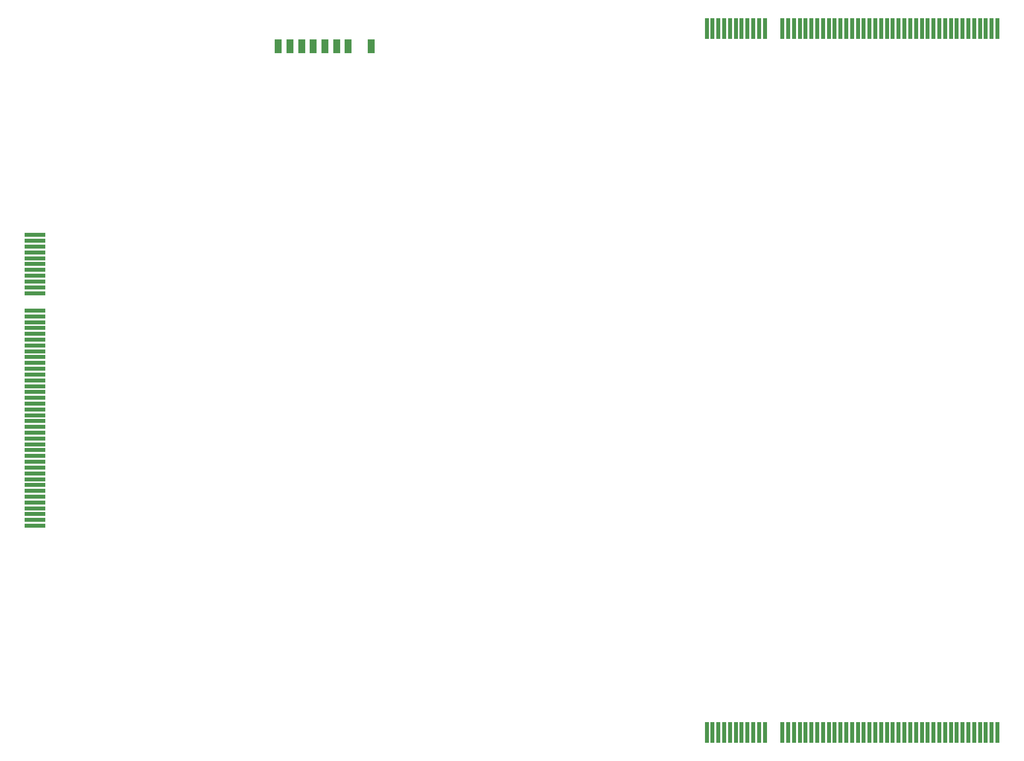
<source format=gbp>
G04*
G04 #@! TF.GenerationSoftware,Altium Limited,Altium Designer,22.11.1 (43)*
G04*
G04 Layer_Color=128*
%FSLAX25Y25*%
%MOIN*%
G70*
G04*
G04 #@! TF.SameCoordinates,C01CB905-4FAA-478C-A3D6-3825F8E537A0*
G04*
G04*
G04 #@! TF.FilePolarity,Positive*
G04*
G01*
G75*
%ADD21R,0.02756X0.14173*%
%ADD22R,0.14173X0.02756*%
%ADD44R,0.05118X0.09449*%
D21*
X526575Y71654D02*
D03*
X530512D02*
D03*
X534449D02*
D03*
X538386D02*
D03*
X542323D02*
D03*
X546260D02*
D03*
X550197D02*
D03*
X554134D02*
D03*
X558071D02*
D03*
X562008D02*
D03*
X565945D02*
D03*
X577756D02*
D03*
X581693D02*
D03*
X585630D02*
D03*
X589567D02*
D03*
X593504D02*
D03*
X597441D02*
D03*
X601378D02*
D03*
X605315D02*
D03*
X609252D02*
D03*
X613189D02*
D03*
X617126D02*
D03*
X621063D02*
D03*
X625000D02*
D03*
X628937D02*
D03*
X632874D02*
D03*
X636811D02*
D03*
X640748D02*
D03*
X644685D02*
D03*
X648622D02*
D03*
X652559D02*
D03*
X656496D02*
D03*
X660433D02*
D03*
X664370D02*
D03*
X668307D02*
D03*
X672244D02*
D03*
X676181D02*
D03*
X680118D02*
D03*
X684055D02*
D03*
X687992D02*
D03*
X691929D02*
D03*
X695866D02*
D03*
X699803D02*
D03*
X703740D02*
D03*
X707677D02*
D03*
X711614D02*
D03*
X715551D02*
D03*
X719488D02*
D03*
X723425D02*
D03*
Y548413D02*
D03*
X719488D02*
D03*
X715551D02*
D03*
X711614D02*
D03*
X707677D02*
D03*
X703740D02*
D03*
X699803D02*
D03*
X695866D02*
D03*
X691929D02*
D03*
X687992D02*
D03*
X684055D02*
D03*
X680118D02*
D03*
X676181D02*
D03*
X672244D02*
D03*
X668307D02*
D03*
X664370D02*
D03*
X660433D02*
D03*
X656496D02*
D03*
X652559D02*
D03*
X648622D02*
D03*
X644685D02*
D03*
X640748D02*
D03*
X636811D02*
D03*
X632874D02*
D03*
X628937D02*
D03*
X625000D02*
D03*
X621063D02*
D03*
X617126D02*
D03*
X613189D02*
D03*
X609252D02*
D03*
X605315D02*
D03*
X601378D02*
D03*
X597441D02*
D03*
X593504D02*
D03*
X589567D02*
D03*
X585630D02*
D03*
X581693D02*
D03*
X577756D02*
D03*
X565945D02*
D03*
X562008D02*
D03*
X558071D02*
D03*
X554134D02*
D03*
X550197D02*
D03*
X546260D02*
D03*
X542323D02*
D03*
X538386D02*
D03*
X534449D02*
D03*
X530512D02*
D03*
X526575D02*
D03*
D22*
X71654Y408477D02*
D03*
Y404540D02*
D03*
Y400603D02*
D03*
Y396666D02*
D03*
Y392729D02*
D03*
Y388792D02*
D03*
Y384855D02*
D03*
Y380918D02*
D03*
Y376981D02*
D03*
Y373044D02*
D03*
Y369107D02*
D03*
Y357296D02*
D03*
Y353359D02*
D03*
Y349422D02*
D03*
Y345485D02*
D03*
Y341548D02*
D03*
Y337611D02*
D03*
Y333674D02*
D03*
Y329737D02*
D03*
Y325800D02*
D03*
Y321863D02*
D03*
Y317926D02*
D03*
Y313989D02*
D03*
Y310052D02*
D03*
Y306115D02*
D03*
Y302178D02*
D03*
Y298241D02*
D03*
Y294304D02*
D03*
Y290367D02*
D03*
Y286430D02*
D03*
Y282493D02*
D03*
Y278556D02*
D03*
Y274619D02*
D03*
Y270682D02*
D03*
Y266745D02*
D03*
Y262808D02*
D03*
Y258871D02*
D03*
Y254934D02*
D03*
Y250997D02*
D03*
Y247060D02*
D03*
Y243123D02*
D03*
Y239186D02*
D03*
Y235249D02*
D03*
Y231312D02*
D03*
Y227375D02*
D03*
Y223438D02*
D03*
Y219501D02*
D03*
Y215564D02*
D03*
Y211627D02*
D03*
D44*
X299543Y536181D02*
D03*
X283795D02*
D03*
X275921D02*
D03*
X268047D02*
D03*
X260173D02*
D03*
X252299D02*
D03*
X244425D02*
D03*
X236551D02*
D03*
M02*

</source>
